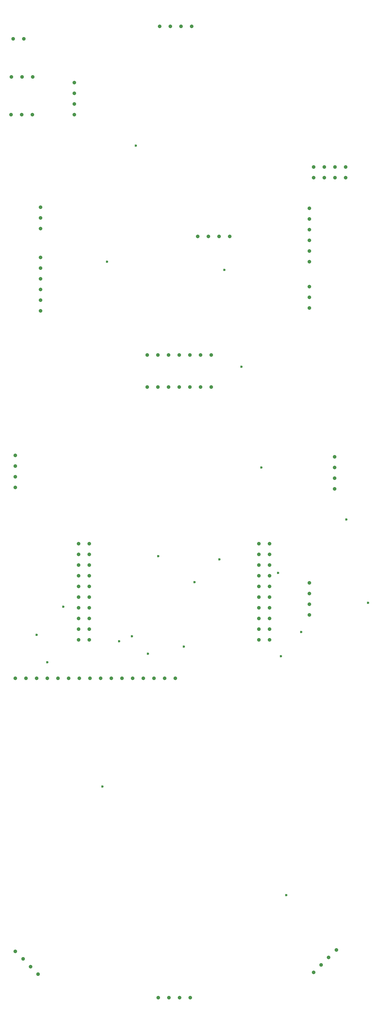
<source format=gbr>
%FSLAX44Y44*%
%MOMM*%
%SFA1B1*%

%IPPOS*%
%ADD27C,0.899998*%
%ADD28C,0.899998*%
%ADD29C,0.899998*%
%ADD30C,0.899998*%
%ADD31C,0.899998*%
%ADD32C,0.599999*%
%LNpcb1_pth_drill-1*%
%LPD*%
G54D27*
X959999Y859999D03*
X985399D03*
X1010799D03*
X1036199D03*
X1000999Y1619999D03*
X975599D03*
X950199D03*
X924799D03*
X899399D03*
X873999D03*
X848599D03*
X823199D03*
X797799D03*
X772399D03*
X746999D03*
X721599D03*
X696199D03*
X670799D03*
X645399D03*
X619999D03*
X1129999Y2669999D03*
X1104599D03*
X1079199D03*
X1053799D03*
X1329999Y2809999D03*
X1355399D03*
Y2835399D03*
X1329999D03*
X1380799D03*
Y2809999D03*
X1406199D03*
Y2835399D03*
X1039999Y3169999D03*
X1014599D03*
X989199D03*
X963799D03*
X660799Y3049999D03*
X659999Y2959999D03*
X635399Y3049999D03*
X609999D03*
X609199Y2959999D03*
X634599D03*
X639999Y3139999D03*
X614599D03*
G54D28*
X1329999Y919999D03*
X1347960Y937960D03*
X1365920Y955920D03*
X1383880Y973881D03*
G54D29*
X673880Y916118D03*
X655920Y934078D03*
X637960Y952039D03*
X619999Y969999D03*
G54D30*
X1199999Y1711399D03*
Y1736799D03*
X1225399D03*
Y1711399D03*
Y1762199D03*
X1199999D03*
Y1787599D03*
Y1812999D03*
X1225399D03*
Y1787599D03*
Y1838399D03*
X1199999D03*
Y1863799D03*
X1225399D03*
Y1889199D03*
X1199999D03*
Y1914599D03*
Y1939999D03*
X1225399D03*
Y1914599D03*
X1319999Y1795399D03*
Y1769999D03*
Y1820799D03*
Y1846199D03*
X1379999Y2069999D03*
Y2095399D03*
Y2120799D03*
Y2146199D03*
X1319999Y2499999D03*
Y2525399D03*
Y2550799D03*
Y2609999D03*
Y2635399D03*
Y2660799D03*
Y2686199D03*
Y2711599D03*
Y2736999D03*
X759999Y3010799D03*
Y3036199D03*
Y2985399D03*
Y2959999D03*
X679999Y2739999D03*
Y2714599D03*
Y2689199D03*
Y2619999D03*
Y2594599D03*
Y2569199D03*
Y2543799D03*
Y2518399D03*
Y2492999D03*
X619999Y2149999D03*
Y2124599D03*
Y2099199D03*
Y2073799D03*
X769999Y1939999D03*
Y1914599D03*
Y1889199D03*
Y1863799D03*
Y1838399D03*
Y1812999D03*
Y1787599D03*
Y1762199D03*
Y1736799D03*
Y1711399D03*
X795399D03*
Y1736799D03*
Y1762199D03*
Y1787599D03*
Y1812999D03*
Y1838399D03*
Y1863799D03*
Y1889199D03*
Y1914599D03*
Y1939999D03*
G54D31*
X1060799Y2311899D03*
X1086199D03*
Y2388099D03*
X1060799D03*
X1035399D03*
X1009999D03*
X984599D03*
Y2311899D03*
X1009999D03*
X1035399D03*
X959199Y2388099D03*
X933799D03*
Y2311899D03*
X959199D03*
G54D32*
X1264666Y1104138D03*
X827278Y1361948D03*
X935482Y1677670D03*
X1020572Y1694688D03*
X1045972Y1848104D03*
X1105916Y1902460D03*
X1245362Y1870202D03*
X1299999Y1729999D03*
X1251966Y1672082D03*
X1459230Y1798828D03*
X1407922Y1997456D03*
X1205484Y2120799D03*
X1157732Y2360676D03*
X1117092Y2590800D03*
X907034Y2886456D03*
X838454Y2609850D03*
X959999Y1909999D03*
X897128Y1719514D03*
X867156Y1707642D03*
X734060Y1789430D03*
X670814Y1722882D03*
X696199Y1657350D03*
M02*
</source>
